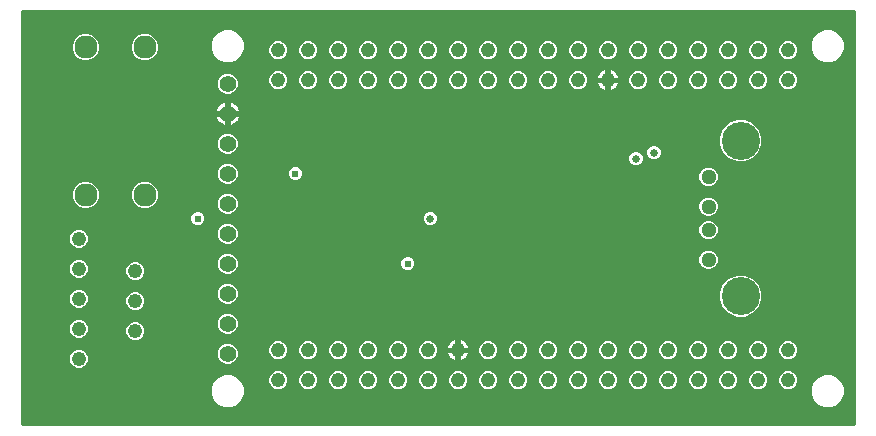
<source format=gbr>
G04 EAGLE Gerber RS-274X export*
G75*
%MOMM*%
%FSLAX34Y34*%
%LPD*%
%INCopper Layer 15*%
%IPPOS*%
%AMOC8*
5,1,8,0,0,1.08239X$1,22.5*%
G01*
%ADD10C,1.960000*%
%ADD11C,1.244600*%
%ADD12C,1.422400*%
%ADD13C,3.220000*%
%ADD14C,1.288000*%
%ADD15C,0.609600*%
%ADD16C,0.654800*%

G36*
X708208Y2556D02*
X708208Y2556D01*
X708327Y2563D01*
X708365Y2576D01*
X708406Y2581D01*
X708516Y2624D01*
X708629Y2661D01*
X708664Y2683D01*
X708701Y2698D01*
X708797Y2767D01*
X708898Y2831D01*
X708926Y2861D01*
X708959Y2884D01*
X709035Y2976D01*
X709116Y3063D01*
X709136Y3098D01*
X709161Y3129D01*
X709212Y3237D01*
X709270Y3341D01*
X709280Y3381D01*
X709297Y3417D01*
X709319Y3534D01*
X709349Y3649D01*
X709353Y3709D01*
X709357Y3729D01*
X709355Y3750D01*
X709359Y3810D01*
X709359Y352990D01*
X709344Y353108D01*
X709337Y353227D01*
X709324Y353265D01*
X709319Y353306D01*
X709276Y353416D01*
X709239Y353529D01*
X709217Y353564D01*
X709202Y353601D01*
X709133Y353697D01*
X709069Y353798D01*
X709039Y353826D01*
X709016Y353859D01*
X708924Y353935D01*
X708837Y354016D01*
X708802Y354036D01*
X708771Y354061D01*
X708663Y354112D01*
X708559Y354170D01*
X708519Y354180D01*
X708483Y354197D01*
X708366Y354219D01*
X708251Y354249D01*
X708191Y354253D01*
X708171Y354257D01*
X708150Y354255D01*
X708090Y354259D01*
X3810Y354259D01*
X3692Y354244D01*
X3573Y354237D01*
X3535Y354224D01*
X3494Y354219D01*
X3384Y354176D01*
X3271Y354139D01*
X3236Y354117D01*
X3199Y354102D01*
X3103Y354033D01*
X3002Y353969D01*
X2974Y353939D01*
X2941Y353916D01*
X2865Y353824D01*
X2784Y353737D01*
X2764Y353702D01*
X2739Y353671D01*
X2688Y353563D01*
X2630Y353459D01*
X2620Y353419D01*
X2603Y353383D01*
X2581Y353266D01*
X2551Y353151D01*
X2547Y353091D01*
X2543Y353071D01*
X2545Y353050D01*
X2541Y352990D01*
X2541Y3810D01*
X2556Y3692D01*
X2563Y3573D01*
X2576Y3535D01*
X2581Y3494D01*
X2624Y3384D01*
X2661Y3271D01*
X2683Y3236D01*
X2698Y3199D01*
X2767Y3103D01*
X2831Y3002D01*
X2861Y2974D01*
X2884Y2941D01*
X2976Y2865D01*
X3063Y2784D01*
X3098Y2764D01*
X3129Y2739D01*
X3237Y2688D01*
X3341Y2630D01*
X3381Y2620D01*
X3417Y2603D01*
X3534Y2581D01*
X3649Y2551D01*
X3709Y2547D01*
X3729Y2543D01*
X3750Y2545D01*
X3810Y2541D01*
X708090Y2541D01*
X708208Y2556D01*
G37*
%LPC*%
G36*
X608445Y94879D02*
X608445Y94879D01*
X602060Y97524D01*
X597174Y102410D01*
X594529Y108795D01*
X594529Y115705D01*
X597174Y122090D01*
X602060Y126976D01*
X608445Y129621D01*
X615355Y129621D01*
X621740Y126976D01*
X626626Y122090D01*
X629271Y115705D01*
X629271Y108795D01*
X626626Y102410D01*
X621740Y97524D01*
X615355Y94879D01*
X608445Y94879D01*
G37*
%LPD*%
%LPC*%
G36*
X608445Y226279D02*
X608445Y226279D01*
X602060Y228924D01*
X597174Y233810D01*
X594529Y240195D01*
X594529Y247105D01*
X597174Y253490D01*
X602060Y258376D01*
X608445Y261021D01*
X615355Y261021D01*
X621740Y258376D01*
X626626Y253490D01*
X629271Y247105D01*
X629271Y240195D01*
X626626Y233810D01*
X621740Y228924D01*
X615355Y226279D01*
X608445Y226279D01*
G37*
%LPD*%
%LPC*%
G36*
X683107Y310309D02*
X683107Y310309D01*
X678130Y312371D01*
X674321Y316180D01*
X672259Y321157D01*
X672259Y326543D01*
X674321Y331520D01*
X678130Y335329D01*
X683107Y337391D01*
X688493Y337391D01*
X693470Y335329D01*
X697279Y331520D01*
X699341Y326543D01*
X699341Y321157D01*
X697279Y316180D01*
X693470Y312371D01*
X688493Y310309D01*
X683107Y310309D01*
G37*
%LPD*%
%LPC*%
G36*
X175107Y310309D02*
X175107Y310309D01*
X170130Y312371D01*
X166321Y316180D01*
X164259Y321157D01*
X164259Y326543D01*
X166321Y331520D01*
X170130Y335329D01*
X175107Y337391D01*
X180493Y337391D01*
X185470Y335329D01*
X189279Y331520D01*
X191341Y326543D01*
X191341Y321157D01*
X189279Y316180D01*
X185470Y312371D01*
X180493Y310309D01*
X175107Y310309D01*
G37*
%LPD*%
%LPC*%
G36*
X683107Y18209D02*
X683107Y18209D01*
X678130Y20271D01*
X674321Y24080D01*
X672259Y29057D01*
X672259Y34443D01*
X674321Y39420D01*
X678130Y43229D01*
X683107Y45291D01*
X688493Y45291D01*
X693470Y43229D01*
X697279Y39420D01*
X699341Y34443D01*
X699341Y29057D01*
X697279Y24080D01*
X693470Y20271D01*
X688493Y18209D01*
X683107Y18209D01*
G37*
%LPD*%
%LPC*%
G36*
X175107Y18209D02*
X175107Y18209D01*
X170130Y20271D01*
X166321Y24080D01*
X164259Y29057D01*
X164259Y34443D01*
X166321Y39420D01*
X170130Y43229D01*
X175107Y45291D01*
X180493Y45291D01*
X185470Y43229D01*
X189279Y39420D01*
X191341Y34443D01*
X191341Y29057D01*
X189279Y24080D01*
X185470Y20271D01*
X180493Y18209D01*
X175107Y18209D01*
G37*
%LPD*%
%LPC*%
G36*
X105348Y311779D02*
X105348Y311779D01*
X101279Y313465D01*
X98165Y316579D01*
X96479Y320648D01*
X96479Y325052D01*
X98165Y329121D01*
X101279Y332235D01*
X105348Y333921D01*
X109752Y333921D01*
X113821Y332235D01*
X116935Y329121D01*
X118621Y325052D01*
X118621Y320648D01*
X116935Y316579D01*
X113821Y313465D01*
X109752Y311779D01*
X105348Y311779D01*
G37*
%LPD*%
%LPC*%
G36*
X55348Y311779D02*
X55348Y311779D01*
X51279Y313465D01*
X48165Y316579D01*
X46479Y320648D01*
X46479Y325052D01*
X48165Y329121D01*
X51279Y332235D01*
X55348Y333921D01*
X59752Y333921D01*
X63821Y332235D01*
X66935Y329121D01*
X68621Y325052D01*
X68621Y320648D01*
X66935Y316579D01*
X63821Y313465D01*
X59752Y311779D01*
X55348Y311779D01*
G37*
%LPD*%
%LPC*%
G36*
X105348Y186779D02*
X105348Y186779D01*
X101279Y188465D01*
X98165Y191579D01*
X96479Y195648D01*
X96479Y200052D01*
X98165Y204121D01*
X101279Y207235D01*
X105348Y208921D01*
X109752Y208921D01*
X113821Y207235D01*
X116935Y204121D01*
X118621Y200052D01*
X118621Y195648D01*
X116935Y191579D01*
X113821Y188465D01*
X109752Y186779D01*
X105348Y186779D01*
G37*
%LPD*%
%LPC*%
G36*
X55348Y186779D02*
X55348Y186779D01*
X51279Y188465D01*
X48165Y191579D01*
X46479Y195648D01*
X46479Y200052D01*
X48165Y204121D01*
X51279Y207235D01*
X55348Y208921D01*
X59752Y208921D01*
X63821Y207235D01*
X66935Y204121D01*
X68621Y200052D01*
X68621Y195648D01*
X66935Y191579D01*
X63821Y188465D01*
X59752Y186779D01*
X55348Y186779D01*
G37*
%LPD*%
%LPC*%
G36*
X176133Y283717D02*
X176133Y283717D01*
X173052Y284993D01*
X170693Y287352D01*
X169417Y290433D01*
X169417Y293767D01*
X170693Y296848D01*
X173052Y299207D01*
X176133Y300483D01*
X179467Y300483D01*
X182548Y299207D01*
X184907Y296848D01*
X186183Y293767D01*
X186183Y290433D01*
X184907Y287352D01*
X182548Y284993D01*
X179467Y283717D01*
X176133Y283717D01*
G37*
%LPD*%
%LPC*%
G36*
X176133Y55117D02*
X176133Y55117D01*
X173052Y56393D01*
X170693Y58752D01*
X169417Y61833D01*
X169417Y65167D01*
X170693Y68248D01*
X173052Y70607D01*
X176133Y71883D01*
X179467Y71883D01*
X182548Y70607D01*
X184907Y68248D01*
X186183Y65167D01*
X186183Y61833D01*
X184907Y58752D01*
X182548Y56393D01*
X179467Y55117D01*
X176133Y55117D01*
G37*
%LPD*%
%LPC*%
G36*
X176133Y80517D02*
X176133Y80517D01*
X173052Y81793D01*
X170693Y84152D01*
X169417Y87233D01*
X169417Y90567D01*
X170693Y93648D01*
X173052Y96007D01*
X176133Y97283D01*
X179467Y97283D01*
X182548Y96007D01*
X184907Y93648D01*
X186183Y90567D01*
X186183Y87233D01*
X184907Y84152D01*
X182548Y81793D01*
X179467Y80517D01*
X176133Y80517D01*
G37*
%LPD*%
%LPC*%
G36*
X176133Y105917D02*
X176133Y105917D01*
X173052Y107193D01*
X170693Y109552D01*
X169417Y112633D01*
X169417Y115967D01*
X170693Y119048D01*
X173052Y121407D01*
X176133Y122683D01*
X179467Y122683D01*
X182548Y121407D01*
X184907Y119048D01*
X186183Y115967D01*
X186183Y112633D01*
X184907Y109552D01*
X182548Y107193D01*
X179467Y105917D01*
X176133Y105917D01*
G37*
%LPD*%
%LPC*%
G36*
X176133Y131317D02*
X176133Y131317D01*
X173052Y132593D01*
X170693Y134952D01*
X169417Y138033D01*
X169417Y141367D01*
X170693Y144448D01*
X173052Y146807D01*
X176133Y148083D01*
X179467Y148083D01*
X182548Y146807D01*
X184907Y144448D01*
X186183Y141367D01*
X186183Y138033D01*
X184907Y134952D01*
X182548Y132593D01*
X179467Y131317D01*
X176133Y131317D01*
G37*
%LPD*%
%LPC*%
G36*
X176133Y232917D02*
X176133Y232917D01*
X173052Y234193D01*
X170693Y236552D01*
X169417Y239633D01*
X169417Y242967D01*
X170693Y246048D01*
X173052Y248407D01*
X176133Y249683D01*
X179467Y249683D01*
X182548Y248407D01*
X184907Y246048D01*
X186183Y242967D01*
X186183Y239633D01*
X184907Y236552D01*
X182548Y234193D01*
X179467Y232917D01*
X176133Y232917D01*
G37*
%LPD*%
%LPC*%
G36*
X176133Y156717D02*
X176133Y156717D01*
X173052Y157993D01*
X170693Y160352D01*
X169417Y163433D01*
X169417Y166767D01*
X170693Y169848D01*
X173052Y172207D01*
X176133Y173483D01*
X179467Y173483D01*
X182548Y172207D01*
X184907Y169848D01*
X186183Y166767D01*
X186183Y163433D01*
X184907Y160352D01*
X182548Y157993D01*
X179467Y156717D01*
X176133Y156717D01*
G37*
%LPD*%
%LPC*%
G36*
X176133Y207517D02*
X176133Y207517D01*
X173052Y208793D01*
X170693Y211152D01*
X169417Y214233D01*
X169417Y217567D01*
X170693Y220648D01*
X173052Y223007D01*
X176133Y224283D01*
X179467Y224283D01*
X182548Y223007D01*
X184907Y220648D01*
X186183Y217567D01*
X186183Y214233D01*
X184907Y211152D01*
X182548Y208793D01*
X179467Y207517D01*
X176133Y207517D01*
G37*
%LPD*%
%LPC*%
G36*
X176133Y182117D02*
X176133Y182117D01*
X173052Y183393D01*
X170693Y185752D01*
X169417Y188833D01*
X169417Y192167D01*
X170693Y195248D01*
X173052Y197607D01*
X176133Y198883D01*
X179467Y198883D01*
X182548Y197607D01*
X184907Y195248D01*
X186183Y192167D01*
X186183Y188833D01*
X184907Y185752D01*
X182548Y183393D01*
X179467Y182117D01*
X176133Y182117D01*
G37*
%LPD*%
%LPC*%
G36*
X583266Y180239D02*
X583266Y180239D01*
X580432Y181413D01*
X578263Y183582D01*
X577089Y186416D01*
X577089Y189484D01*
X578263Y192318D01*
X580432Y194487D01*
X583266Y195661D01*
X586334Y195661D01*
X589168Y194487D01*
X591337Y192318D01*
X592511Y189484D01*
X592511Y186416D01*
X591337Y183582D01*
X589168Y181413D01*
X586334Y180239D01*
X583266Y180239D01*
G37*
%LPD*%
%LPC*%
G36*
X583266Y135239D02*
X583266Y135239D01*
X580432Y136413D01*
X578263Y138582D01*
X577089Y141416D01*
X577089Y144484D01*
X578263Y147318D01*
X580432Y149487D01*
X583266Y150661D01*
X586334Y150661D01*
X589168Y149487D01*
X591337Y147318D01*
X592511Y144484D01*
X592511Y141416D01*
X591337Y138582D01*
X589168Y136413D01*
X586334Y135239D01*
X583266Y135239D01*
G37*
%LPD*%
%LPC*%
G36*
X583266Y160239D02*
X583266Y160239D01*
X580432Y161413D01*
X578263Y163582D01*
X577089Y166416D01*
X577089Y169484D01*
X578263Y172318D01*
X580432Y174487D01*
X583266Y175661D01*
X586334Y175661D01*
X589168Y174487D01*
X591337Y172318D01*
X592511Y169484D01*
X592511Y166416D01*
X591337Y163582D01*
X589168Y161413D01*
X586334Y160239D01*
X583266Y160239D01*
G37*
%LPD*%
%LPC*%
G36*
X583266Y205239D02*
X583266Y205239D01*
X580432Y206413D01*
X578263Y208582D01*
X577089Y211416D01*
X577089Y214484D01*
X578263Y217318D01*
X580432Y219487D01*
X583266Y220661D01*
X586334Y220661D01*
X589168Y219487D01*
X591337Y217318D01*
X592511Y214484D01*
X592511Y211416D01*
X591337Y208582D01*
X589168Y206413D01*
X586334Y205239D01*
X583266Y205239D01*
G37*
%LPD*%
%LPC*%
G36*
X650609Y312806D02*
X650609Y312806D01*
X647855Y313947D01*
X645747Y316055D01*
X644606Y318809D01*
X644606Y321791D01*
X645747Y324545D01*
X647855Y326653D01*
X650609Y327794D01*
X653591Y327794D01*
X656345Y326653D01*
X658453Y324545D01*
X659594Y321791D01*
X659594Y318809D01*
X658453Y316055D01*
X656345Y313947D01*
X653591Y312806D01*
X650609Y312806D01*
G37*
%LPD*%
%LPC*%
G36*
X625209Y312806D02*
X625209Y312806D01*
X622455Y313947D01*
X620347Y316055D01*
X619206Y318809D01*
X619206Y321791D01*
X620347Y324545D01*
X622455Y326653D01*
X625209Y327794D01*
X628191Y327794D01*
X630945Y326653D01*
X633053Y324545D01*
X634194Y321791D01*
X634194Y318809D01*
X633053Y316055D01*
X630945Y313947D01*
X628191Y312806D01*
X625209Y312806D01*
G37*
%LPD*%
%LPC*%
G36*
X599809Y312806D02*
X599809Y312806D01*
X597055Y313947D01*
X594947Y316055D01*
X593806Y318809D01*
X593806Y321791D01*
X594947Y324545D01*
X597055Y326653D01*
X599809Y327794D01*
X602791Y327794D01*
X605545Y326653D01*
X607653Y324545D01*
X608794Y321791D01*
X608794Y318809D01*
X607653Y316055D01*
X605545Y313947D01*
X602791Y312806D01*
X599809Y312806D01*
G37*
%LPD*%
%LPC*%
G36*
X574409Y312806D02*
X574409Y312806D01*
X571655Y313947D01*
X569547Y316055D01*
X568406Y318809D01*
X568406Y321791D01*
X569547Y324545D01*
X571655Y326653D01*
X574409Y327794D01*
X577391Y327794D01*
X580145Y326653D01*
X582253Y324545D01*
X583394Y321791D01*
X583394Y318809D01*
X582253Y316055D01*
X580145Y313947D01*
X577391Y312806D01*
X574409Y312806D01*
G37*
%LPD*%
%LPC*%
G36*
X549009Y312806D02*
X549009Y312806D01*
X546255Y313947D01*
X544147Y316055D01*
X543006Y318809D01*
X543006Y321791D01*
X544147Y324545D01*
X546255Y326653D01*
X549009Y327794D01*
X551991Y327794D01*
X554745Y326653D01*
X556853Y324545D01*
X557994Y321791D01*
X557994Y318809D01*
X556853Y316055D01*
X554745Y313947D01*
X551991Y312806D01*
X549009Y312806D01*
G37*
%LPD*%
%LPC*%
G36*
X523609Y312806D02*
X523609Y312806D01*
X520855Y313947D01*
X518747Y316055D01*
X517606Y318809D01*
X517606Y321791D01*
X518747Y324545D01*
X520855Y326653D01*
X523609Y327794D01*
X526591Y327794D01*
X529345Y326653D01*
X531453Y324545D01*
X532594Y321791D01*
X532594Y318809D01*
X531453Y316055D01*
X529345Y313947D01*
X526591Y312806D01*
X523609Y312806D01*
G37*
%LPD*%
%LPC*%
G36*
X498209Y312806D02*
X498209Y312806D01*
X495455Y313947D01*
X493347Y316055D01*
X492206Y318809D01*
X492206Y321791D01*
X493347Y324545D01*
X495455Y326653D01*
X498209Y327794D01*
X501191Y327794D01*
X503945Y326653D01*
X506053Y324545D01*
X507194Y321791D01*
X507194Y318809D01*
X506053Y316055D01*
X503945Y313947D01*
X501191Y312806D01*
X498209Y312806D01*
G37*
%LPD*%
%LPC*%
G36*
X472809Y312806D02*
X472809Y312806D01*
X470055Y313947D01*
X467947Y316055D01*
X466806Y318809D01*
X466806Y321791D01*
X467947Y324545D01*
X470055Y326653D01*
X472809Y327794D01*
X475791Y327794D01*
X478545Y326653D01*
X480653Y324545D01*
X481794Y321791D01*
X481794Y318809D01*
X480653Y316055D01*
X478545Y313947D01*
X475791Y312806D01*
X472809Y312806D01*
G37*
%LPD*%
%LPC*%
G36*
X447409Y312806D02*
X447409Y312806D01*
X444655Y313947D01*
X442547Y316055D01*
X441406Y318809D01*
X441406Y321791D01*
X442547Y324545D01*
X444655Y326653D01*
X447409Y327794D01*
X450391Y327794D01*
X453145Y326653D01*
X455253Y324545D01*
X456394Y321791D01*
X456394Y318809D01*
X455253Y316055D01*
X453145Y313947D01*
X450391Y312806D01*
X447409Y312806D01*
G37*
%LPD*%
%LPC*%
G36*
X422009Y312806D02*
X422009Y312806D01*
X419255Y313947D01*
X417147Y316055D01*
X416006Y318809D01*
X416006Y321791D01*
X417147Y324545D01*
X419255Y326653D01*
X422009Y327794D01*
X424991Y327794D01*
X427745Y326653D01*
X429853Y324545D01*
X430994Y321791D01*
X430994Y318809D01*
X429853Y316055D01*
X427745Y313947D01*
X424991Y312806D01*
X422009Y312806D01*
G37*
%LPD*%
%LPC*%
G36*
X371209Y312806D02*
X371209Y312806D01*
X368455Y313947D01*
X366347Y316055D01*
X365206Y318809D01*
X365206Y321791D01*
X366347Y324545D01*
X368455Y326653D01*
X371209Y327794D01*
X374191Y327794D01*
X376945Y326653D01*
X379053Y324545D01*
X380194Y321791D01*
X380194Y318809D01*
X379053Y316055D01*
X376945Y313947D01*
X374191Y312806D01*
X371209Y312806D01*
G37*
%LPD*%
%LPC*%
G36*
X345809Y312806D02*
X345809Y312806D01*
X343055Y313947D01*
X340947Y316055D01*
X339806Y318809D01*
X339806Y321791D01*
X340947Y324545D01*
X343055Y326653D01*
X345809Y327794D01*
X348791Y327794D01*
X351545Y326653D01*
X353653Y324545D01*
X354794Y321791D01*
X354794Y318809D01*
X353653Y316055D01*
X351545Y313947D01*
X348791Y312806D01*
X345809Y312806D01*
G37*
%LPD*%
%LPC*%
G36*
X320409Y312806D02*
X320409Y312806D01*
X317655Y313947D01*
X315547Y316055D01*
X314406Y318809D01*
X314406Y321791D01*
X315547Y324545D01*
X317655Y326653D01*
X320409Y327794D01*
X323391Y327794D01*
X326145Y326653D01*
X328253Y324545D01*
X329394Y321791D01*
X329394Y318809D01*
X328253Y316055D01*
X326145Y313947D01*
X323391Y312806D01*
X320409Y312806D01*
G37*
%LPD*%
%LPC*%
G36*
X295009Y312806D02*
X295009Y312806D01*
X292255Y313947D01*
X290147Y316055D01*
X289006Y318809D01*
X289006Y321791D01*
X290147Y324545D01*
X292255Y326653D01*
X295009Y327794D01*
X297991Y327794D01*
X300745Y326653D01*
X302853Y324545D01*
X303994Y321791D01*
X303994Y318809D01*
X302853Y316055D01*
X300745Y313947D01*
X297991Y312806D01*
X295009Y312806D01*
G37*
%LPD*%
%LPC*%
G36*
X269609Y312806D02*
X269609Y312806D01*
X266855Y313947D01*
X264747Y316055D01*
X263606Y318809D01*
X263606Y321791D01*
X264747Y324545D01*
X266855Y326653D01*
X269609Y327794D01*
X272591Y327794D01*
X275345Y326653D01*
X277453Y324545D01*
X278594Y321791D01*
X278594Y318809D01*
X277453Y316055D01*
X275345Y313947D01*
X272591Y312806D01*
X269609Y312806D01*
G37*
%LPD*%
%LPC*%
G36*
X244209Y312806D02*
X244209Y312806D01*
X241455Y313947D01*
X239347Y316055D01*
X238206Y318809D01*
X238206Y321791D01*
X239347Y324545D01*
X241455Y326653D01*
X244209Y327794D01*
X247191Y327794D01*
X249945Y326653D01*
X252053Y324545D01*
X253194Y321791D01*
X253194Y318809D01*
X252053Y316055D01*
X249945Y313947D01*
X247191Y312806D01*
X244209Y312806D01*
G37*
%LPD*%
%LPC*%
G36*
X218809Y312806D02*
X218809Y312806D01*
X216055Y313947D01*
X213947Y316055D01*
X212806Y318809D01*
X212806Y321791D01*
X213947Y324545D01*
X216055Y326653D01*
X218809Y327794D01*
X221791Y327794D01*
X224545Y326653D01*
X226653Y324545D01*
X227794Y321791D01*
X227794Y318809D01*
X226653Y316055D01*
X224545Y313947D01*
X221791Y312806D01*
X218809Y312806D01*
G37*
%LPD*%
%LPC*%
G36*
X218809Y33406D02*
X218809Y33406D01*
X216055Y34547D01*
X213947Y36655D01*
X212806Y39409D01*
X212806Y42391D01*
X213947Y45145D01*
X216055Y47253D01*
X218809Y48394D01*
X221791Y48394D01*
X224545Y47253D01*
X226653Y45145D01*
X227794Y42391D01*
X227794Y39409D01*
X226653Y36655D01*
X224545Y34547D01*
X221791Y33406D01*
X218809Y33406D01*
G37*
%LPD*%
%LPC*%
G36*
X549009Y33406D02*
X549009Y33406D01*
X546255Y34547D01*
X544147Y36655D01*
X543006Y39409D01*
X543006Y42391D01*
X544147Y45145D01*
X546255Y47253D01*
X549009Y48394D01*
X551991Y48394D01*
X554745Y47253D01*
X556853Y45145D01*
X557994Y42391D01*
X557994Y39409D01*
X556853Y36655D01*
X554745Y34547D01*
X551991Y33406D01*
X549009Y33406D01*
G37*
%LPD*%
%LPC*%
G36*
X244209Y287406D02*
X244209Y287406D01*
X241455Y288547D01*
X239347Y290655D01*
X238206Y293409D01*
X238206Y296391D01*
X239347Y299145D01*
X241455Y301253D01*
X244209Y302394D01*
X247191Y302394D01*
X249945Y301253D01*
X252053Y299145D01*
X253194Y296391D01*
X253194Y293409D01*
X252053Y290655D01*
X249945Y288547D01*
X247191Y287406D01*
X244209Y287406D01*
G37*
%LPD*%
%LPC*%
G36*
X218809Y287406D02*
X218809Y287406D01*
X216055Y288547D01*
X213947Y290655D01*
X212806Y293409D01*
X212806Y296391D01*
X213947Y299145D01*
X216055Y301253D01*
X218809Y302394D01*
X221791Y302394D01*
X224545Y301253D01*
X226653Y299145D01*
X227794Y296391D01*
X227794Y293409D01*
X226653Y290655D01*
X224545Y288547D01*
X221791Y287406D01*
X218809Y287406D01*
G37*
%LPD*%
%LPC*%
G36*
X650609Y287406D02*
X650609Y287406D01*
X647855Y288547D01*
X645747Y290655D01*
X644606Y293409D01*
X644606Y296391D01*
X645747Y299145D01*
X647855Y301253D01*
X650609Y302394D01*
X653591Y302394D01*
X656345Y301253D01*
X658453Y299145D01*
X659594Y296391D01*
X659594Y293409D01*
X658453Y290655D01*
X656345Y288547D01*
X653591Y287406D01*
X650609Y287406D01*
G37*
%LPD*%
%LPC*%
G36*
X625209Y287406D02*
X625209Y287406D01*
X622455Y288547D01*
X620347Y290655D01*
X619206Y293409D01*
X619206Y296391D01*
X620347Y299145D01*
X622455Y301253D01*
X625209Y302394D01*
X628191Y302394D01*
X630945Y301253D01*
X633053Y299145D01*
X634194Y296391D01*
X634194Y293409D01*
X633053Y290655D01*
X630945Y288547D01*
X628191Y287406D01*
X625209Y287406D01*
G37*
%LPD*%
%LPC*%
G36*
X599809Y287406D02*
X599809Y287406D01*
X597055Y288547D01*
X594947Y290655D01*
X593806Y293409D01*
X593806Y296391D01*
X594947Y299145D01*
X597055Y301253D01*
X599809Y302394D01*
X602791Y302394D01*
X605545Y301253D01*
X607653Y299145D01*
X608794Y296391D01*
X608794Y293409D01*
X607653Y290655D01*
X605545Y288547D01*
X602791Y287406D01*
X599809Y287406D01*
G37*
%LPD*%
%LPC*%
G36*
X574409Y287406D02*
X574409Y287406D01*
X571655Y288547D01*
X569547Y290655D01*
X568406Y293409D01*
X568406Y296391D01*
X569547Y299145D01*
X571655Y301253D01*
X574409Y302394D01*
X577391Y302394D01*
X580145Y301253D01*
X582253Y299145D01*
X583394Y296391D01*
X583394Y293409D01*
X582253Y290655D01*
X580145Y288547D01*
X577391Y287406D01*
X574409Y287406D01*
G37*
%LPD*%
%LPC*%
G36*
X549009Y287406D02*
X549009Y287406D01*
X546255Y288547D01*
X544147Y290655D01*
X543006Y293409D01*
X543006Y296391D01*
X544147Y299145D01*
X546255Y301253D01*
X549009Y302394D01*
X551991Y302394D01*
X554745Y301253D01*
X556853Y299145D01*
X557994Y296391D01*
X557994Y293409D01*
X556853Y290655D01*
X554745Y288547D01*
X551991Y287406D01*
X549009Y287406D01*
G37*
%LPD*%
%LPC*%
G36*
X523609Y287406D02*
X523609Y287406D01*
X520855Y288547D01*
X518747Y290655D01*
X517606Y293409D01*
X517606Y296391D01*
X518747Y299145D01*
X520855Y301253D01*
X523609Y302394D01*
X526591Y302394D01*
X529345Y301253D01*
X531453Y299145D01*
X532594Y296391D01*
X532594Y293409D01*
X531453Y290655D01*
X529345Y288547D01*
X526591Y287406D01*
X523609Y287406D01*
G37*
%LPD*%
%LPC*%
G36*
X472809Y287406D02*
X472809Y287406D01*
X470055Y288547D01*
X467947Y290655D01*
X466806Y293409D01*
X466806Y296391D01*
X467947Y299145D01*
X470055Y301253D01*
X472809Y302394D01*
X475791Y302394D01*
X478545Y301253D01*
X480653Y299145D01*
X481794Y296391D01*
X481794Y293409D01*
X480653Y290655D01*
X478545Y288547D01*
X475791Y287406D01*
X472809Y287406D01*
G37*
%LPD*%
%LPC*%
G36*
X447409Y287406D02*
X447409Y287406D01*
X444655Y288547D01*
X442547Y290655D01*
X441406Y293409D01*
X441406Y296391D01*
X442547Y299145D01*
X444655Y301253D01*
X447409Y302394D01*
X450391Y302394D01*
X453145Y301253D01*
X455253Y299145D01*
X456394Y296391D01*
X456394Y293409D01*
X455253Y290655D01*
X453145Y288547D01*
X450391Y287406D01*
X447409Y287406D01*
G37*
%LPD*%
%LPC*%
G36*
X422009Y287406D02*
X422009Y287406D01*
X419255Y288547D01*
X417147Y290655D01*
X416006Y293409D01*
X416006Y296391D01*
X417147Y299145D01*
X419255Y301253D01*
X422009Y302394D01*
X424991Y302394D01*
X427745Y301253D01*
X429853Y299145D01*
X430994Y296391D01*
X430994Y293409D01*
X429853Y290655D01*
X427745Y288547D01*
X424991Y287406D01*
X422009Y287406D01*
G37*
%LPD*%
%LPC*%
G36*
X396609Y287406D02*
X396609Y287406D01*
X393855Y288547D01*
X391747Y290655D01*
X390606Y293409D01*
X390606Y296391D01*
X391747Y299145D01*
X393855Y301253D01*
X396609Y302394D01*
X399591Y302394D01*
X402345Y301253D01*
X404453Y299145D01*
X405594Y296391D01*
X405594Y293409D01*
X404453Y290655D01*
X402345Y288547D01*
X399591Y287406D01*
X396609Y287406D01*
G37*
%LPD*%
%LPC*%
G36*
X371209Y287406D02*
X371209Y287406D01*
X368455Y288547D01*
X366347Y290655D01*
X365206Y293409D01*
X365206Y296391D01*
X366347Y299145D01*
X368455Y301253D01*
X371209Y302394D01*
X374191Y302394D01*
X376945Y301253D01*
X379053Y299145D01*
X380194Y296391D01*
X380194Y293409D01*
X379053Y290655D01*
X376945Y288547D01*
X374191Y287406D01*
X371209Y287406D01*
G37*
%LPD*%
%LPC*%
G36*
X345809Y287406D02*
X345809Y287406D01*
X343055Y288547D01*
X340947Y290655D01*
X339806Y293409D01*
X339806Y296391D01*
X340947Y299145D01*
X343055Y301253D01*
X345809Y302394D01*
X348791Y302394D01*
X351545Y301253D01*
X353653Y299145D01*
X354794Y296391D01*
X354794Y293409D01*
X353653Y290655D01*
X351545Y288547D01*
X348791Y287406D01*
X345809Y287406D01*
G37*
%LPD*%
%LPC*%
G36*
X320409Y287406D02*
X320409Y287406D01*
X317655Y288547D01*
X315547Y290655D01*
X314406Y293409D01*
X314406Y296391D01*
X315547Y299145D01*
X317655Y301253D01*
X320409Y302394D01*
X323391Y302394D01*
X326145Y301253D01*
X328253Y299145D01*
X329394Y296391D01*
X329394Y293409D01*
X328253Y290655D01*
X326145Y288547D01*
X323391Y287406D01*
X320409Y287406D01*
G37*
%LPD*%
%LPC*%
G36*
X295009Y287406D02*
X295009Y287406D01*
X292255Y288547D01*
X290147Y290655D01*
X289006Y293409D01*
X289006Y296391D01*
X290147Y299145D01*
X292255Y301253D01*
X295009Y302394D01*
X297991Y302394D01*
X300745Y301253D01*
X302853Y299145D01*
X303994Y296391D01*
X303994Y293409D01*
X302853Y290655D01*
X300745Y288547D01*
X297991Y287406D01*
X295009Y287406D01*
G37*
%LPD*%
%LPC*%
G36*
X269609Y287406D02*
X269609Y287406D01*
X266855Y288547D01*
X264747Y290655D01*
X263606Y293409D01*
X263606Y296391D01*
X264747Y299145D01*
X266855Y301253D01*
X269609Y302394D01*
X272591Y302394D01*
X275345Y301253D01*
X277453Y299145D01*
X278594Y296391D01*
X278594Y293409D01*
X277453Y290655D01*
X275345Y288547D01*
X272591Y287406D01*
X269609Y287406D01*
G37*
%LPD*%
%LPC*%
G36*
X396609Y312806D02*
X396609Y312806D01*
X393855Y313947D01*
X391747Y316055D01*
X390606Y318809D01*
X390606Y321791D01*
X391747Y324545D01*
X393855Y326653D01*
X396609Y327794D01*
X399591Y327794D01*
X402345Y326653D01*
X404453Y324545D01*
X405594Y321791D01*
X405594Y318809D01*
X404453Y316055D01*
X402345Y313947D01*
X399591Y312806D01*
X396609Y312806D01*
G37*
%LPD*%
%LPC*%
G36*
X50209Y153206D02*
X50209Y153206D01*
X47455Y154347D01*
X45347Y156455D01*
X44206Y159209D01*
X44206Y162191D01*
X45347Y164945D01*
X47455Y167053D01*
X50209Y168194D01*
X53191Y168194D01*
X55945Y167053D01*
X58053Y164945D01*
X59194Y162191D01*
X59194Y159209D01*
X58053Y156455D01*
X55945Y154347D01*
X53191Y153206D01*
X50209Y153206D01*
G37*
%LPD*%
%LPC*%
G36*
X50209Y127806D02*
X50209Y127806D01*
X47455Y128947D01*
X45347Y131055D01*
X44206Y133809D01*
X44206Y136791D01*
X45347Y139545D01*
X47455Y141653D01*
X50209Y142794D01*
X53191Y142794D01*
X55945Y141653D01*
X58053Y139545D01*
X59194Y136791D01*
X59194Y133809D01*
X58053Y131055D01*
X55945Y128947D01*
X53191Y127806D01*
X50209Y127806D01*
G37*
%LPD*%
%LPC*%
G36*
X97909Y125756D02*
X97909Y125756D01*
X95155Y126897D01*
X93047Y129005D01*
X91906Y131759D01*
X91906Y134741D01*
X93047Y137495D01*
X95155Y139603D01*
X97909Y140744D01*
X100891Y140744D01*
X103645Y139603D01*
X105753Y137495D01*
X106894Y134741D01*
X106894Y131759D01*
X105753Y129005D01*
X103645Y126897D01*
X100891Y125756D01*
X97909Y125756D01*
G37*
%LPD*%
%LPC*%
G36*
X50209Y102406D02*
X50209Y102406D01*
X47455Y103547D01*
X45347Y105655D01*
X44206Y108409D01*
X44206Y111391D01*
X45347Y114145D01*
X47455Y116253D01*
X50209Y117394D01*
X53191Y117394D01*
X55945Y116253D01*
X58053Y114145D01*
X59194Y111391D01*
X59194Y108409D01*
X58053Y105655D01*
X55945Y103547D01*
X53191Y102406D01*
X50209Y102406D01*
G37*
%LPD*%
%LPC*%
G36*
X97909Y100356D02*
X97909Y100356D01*
X95155Y101497D01*
X93047Y103605D01*
X91906Y106359D01*
X91906Y109341D01*
X93047Y112095D01*
X95155Y114203D01*
X97909Y115344D01*
X100891Y115344D01*
X103645Y114203D01*
X105753Y112095D01*
X106894Y109341D01*
X106894Y106359D01*
X105753Y103605D01*
X103645Y101497D01*
X100891Y100356D01*
X97909Y100356D01*
G37*
%LPD*%
%LPC*%
G36*
X50209Y77006D02*
X50209Y77006D01*
X47455Y78147D01*
X45347Y80255D01*
X44206Y83009D01*
X44206Y85991D01*
X45347Y88745D01*
X47455Y90853D01*
X50209Y91994D01*
X53191Y91994D01*
X55945Y90853D01*
X58053Y88745D01*
X59194Y85991D01*
X59194Y83009D01*
X58053Y80255D01*
X55945Y78147D01*
X53191Y77006D01*
X50209Y77006D01*
G37*
%LPD*%
%LPC*%
G36*
X97909Y74956D02*
X97909Y74956D01*
X95155Y76097D01*
X93047Y78205D01*
X91906Y80959D01*
X91906Y83941D01*
X93047Y86695D01*
X95155Y88803D01*
X97909Y89944D01*
X100891Y89944D01*
X103645Y88803D01*
X105753Y86695D01*
X106894Y83941D01*
X106894Y80959D01*
X105753Y78205D01*
X103645Y76097D01*
X100891Y74956D01*
X97909Y74956D01*
G37*
%LPD*%
%LPC*%
G36*
X244209Y58806D02*
X244209Y58806D01*
X241455Y59947D01*
X239347Y62055D01*
X238206Y64809D01*
X238206Y67791D01*
X239347Y70545D01*
X241455Y72653D01*
X244209Y73794D01*
X247191Y73794D01*
X249945Y72653D01*
X252053Y70545D01*
X253194Y67791D01*
X253194Y64809D01*
X252053Y62055D01*
X249945Y59947D01*
X247191Y58806D01*
X244209Y58806D01*
G37*
%LPD*%
%LPC*%
G36*
X218809Y58806D02*
X218809Y58806D01*
X216055Y59947D01*
X213947Y62055D01*
X212806Y64809D01*
X212806Y67791D01*
X213947Y70545D01*
X216055Y72653D01*
X218809Y73794D01*
X221791Y73794D01*
X224545Y72653D01*
X226653Y70545D01*
X227794Y67791D01*
X227794Y64809D01*
X226653Y62055D01*
X224545Y59947D01*
X221791Y58806D01*
X218809Y58806D01*
G37*
%LPD*%
%LPC*%
G36*
X650609Y58806D02*
X650609Y58806D01*
X647855Y59947D01*
X645747Y62055D01*
X644606Y64809D01*
X644606Y67791D01*
X645747Y70545D01*
X647855Y72653D01*
X650609Y73794D01*
X653591Y73794D01*
X656345Y72653D01*
X658453Y70545D01*
X659594Y67791D01*
X659594Y64809D01*
X658453Y62055D01*
X656345Y59947D01*
X653591Y58806D01*
X650609Y58806D01*
G37*
%LPD*%
%LPC*%
G36*
X625209Y58806D02*
X625209Y58806D01*
X622455Y59947D01*
X620347Y62055D01*
X619206Y64809D01*
X619206Y67791D01*
X620347Y70545D01*
X622455Y72653D01*
X625209Y73794D01*
X628191Y73794D01*
X630945Y72653D01*
X633053Y70545D01*
X634194Y67791D01*
X634194Y64809D01*
X633053Y62055D01*
X630945Y59947D01*
X628191Y58806D01*
X625209Y58806D01*
G37*
%LPD*%
%LPC*%
G36*
X599809Y58806D02*
X599809Y58806D01*
X597055Y59947D01*
X594947Y62055D01*
X593806Y64809D01*
X593806Y67791D01*
X594947Y70545D01*
X597055Y72653D01*
X599809Y73794D01*
X602791Y73794D01*
X605545Y72653D01*
X607653Y70545D01*
X608794Y67791D01*
X608794Y64809D01*
X607653Y62055D01*
X605545Y59947D01*
X602791Y58806D01*
X599809Y58806D01*
G37*
%LPD*%
%LPC*%
G36*
X574409Y58806D02*
X574409Y58806D01*
X571655Y59947D01*
X569547Y62055D01*
X568406Y64809D01*
X568406Y67791D01*
X569547Y70545D01*
X571655Y72653D01*
X574409Y73794D01*
X577391Y73794D01*
X580145Y72653D01*
X582253Y70545D01*
X583394Y67791D01*
X583394Y64809D01*
X582253Y62055D01*
X580145Y59947D01*
X577391Y58806D01*
X574409Y58806D01*
G37*
%LPD*%
%LPC*%
G36*
X549009Y58806D02*
X549009Y58806D01*
X546255Y59947D01*
X544147Y62055D01*
X543006Y64809D01*
X543006Y67791D01*
X544147Y70545D01*
X546255Y72653D01*
X549009Y73794D01*
X551991Y73794D01*
X554745Y72653D01*
X556853Y70545D01*
X557994Y67791D01*
X557994Y64809D01*
X556853Y62055D01*
X554745Y59947D01*
X551991Y58806D01*
X549009Y58806D01*
G37*
%LPD*%
%LPC*%
G36*
X523609Y58806D02*
X523609Y58806D01*
X520855Y59947D01*
X518747Y62055D01*
X517606Y64809D01*
X517606Y67791D01*
X518747Y70545D01*
X520855Y72653D01*
X523609Y73794D01*
X526591Y73794D01*
X529345Y72653D01*
X531453Y70545D01*
X532594Y67791D01*
X532594Y64809D01*
X531453Y62055D01*
X529345Y59947D01*
X526591Y58806D01*
X523609Y58806D01*
G37*
%LPD*%
%LPC*%
G36*
X498209Y58806D02*
X498209Y58806D01*
X495455Y59947D01*
X493347Y62055D01*
X492206Y64809D01*
X492206Y67791D01*
X493347Y70545D01*
X495455Y72653D01*
X498209Y73794D01*
X501191Y73794D01*
X503945Y72653D01*
X506053Y70545D01*
X507194Y67791D01*
X507194Y64809D01*
X506053Y62055D01*
X503945Y59947D01*
X501191Y58806D01*
X498209Y58806D01*
G37*
%LPD*%
%LPC*%
G36*
X472809Y58806D02*
X472809Y58806D01*
X470055Y59947D01*
X467947Y62055D01*
X466806Y64809D01*
X466806Y67791D01*
X467947Y70545D01*
X470055Y72653D01*
X472809Y73794D01*
X475791Y73794D01*
X478545Y72653D01*
X480653Y70545D01*
X481794Y67791D01*
X481794Y64809D01*
X480653Y62055D01*
X478545Y59947D01*
X475791Y58806D01*
X472809Y58806D01*
G37*
%LPD*%
%LPC*%
G36*
X422009Y58806D02*
X422009Y58806D01*
X419255Y59947D01*
X417147Y62055D01*
X416006Y64809D01*
X416006Y67791D01*
X417147Y70545D01*
X419255Y72653D01*
X422009Y73794D01*
X424991Y73794D01*
X427745Y72653D01*
X429853Y70545D01*
X430994Y67791D01*
X430994Y64809D01*
X429853Y62055D01*
X427745Y59947D01*
X424991Y58806D01*
X422009Y58806D01*
G37*
%LPD*%
%LPC*%
G36*
X396609Y58806D02*
X396609Y58806D01*
X393855Y59947D01*
X391747Y62055D01*
X390606Y64809D01*
X390606Y67791D01*
X391747Y70545D01*
X393855Y72653D01*
X396609Y73794D01*
X399591Y73794D01*
X402345Y72653D01*
X404453Y70545D01*
X405594Y67791D01*
X405594Y64809D01*
X404453Y62055D01*
X402345Y59947D01*
X399591Y58806D01*
X396609Y58806D01*
G37*
%LPD*%
%LPC*%
G36*
X345809Y58806D02*
X345809Y58806D01*
X343055Y59947D01*
X340947Y62055D01*
X339806Y64809D01*
X339806Y67791D01*
X340947Y70545D01*
X343055Y72653D01*
X345809Y73794D01*
X348791Y73794D01*
X351545Y72653D01*
X353653Y70545D01*
X354794Y67791D01*
X354794Y64809D01*
X353653Y62055D01*
X351545Y59947D01*
X348791Y58806D01*
X345809Y58806D01*
G37*
%LPD*%
%LPC*%
G36*
X320409Y58806D02*
X320409Y58806D01*
X317655Y59947D01*
X315547Y62055D01*
X314406Y64809D01*
X314406Y67791D01*
X315547Y70545D01*
X317655Y72653D01*
X320409Y73794D01*
X323391Y73794D01*
X326145Y72653D01*
X328253Y70545D01*
X329394Y67791D01*
X329394Y64809D01*
X328253Y62055D01*
X326145Y59947D01*
X323391Y58806D01*
X320409Y58806D01*
G37*
%LPD*%
%LPC*%
G36*
X295009Y58806D02*
X295009Y58806D01*
X292255Y59947D01*
X290147Y62055D01*
X289006Y64809D01*
X289006Y67791D01*
X290147Y70545D01*
X292255Y72653D01*
X295009Y73794D01*
X297991Y73794D01*
X300745Y72653D01*
X302853Y70545D01*
X303994Y67791D01*
X303994Y64809D01*
X302853Y62055D01*
X300745Y59947D01*
X297991Y58806D01*
X295009Y58806D01*
G37*
%LPD*%
%LPC*%
G36*
X269609Y58806D02*
X269609Y58806D01*
X266855Y59947D01*
X264747Y62055D01*
X263606Y64809D01*
X263606Y67791D01*
X264747Y70545D01*
X266855Y72653D01*
X269609Y73794D01*
X272591Y73794D01*
X275345Y72653D01*
X277453Y70545D01*
X278594Y67791D01*
X278594Y64809D01*
X277453Y62055D01*
X275345Y59947D01*
X272591Y58806D01*
X269609Y58806D01*
G37*
%LPD*%
%LPC*%
G36*
X50209Y51606D02*
X50209Y51606D01*
X47455Y52747D01*
X45347Y54855D01*
X44206Y57609D01*
X44206Y60591D01*
X45347Y63345D01*
X47455Y65453D01*
X50209Y66594D01*
X53191Y66594D01*
X55945Y65453D01*
X58053Y63345D01*
X59194Y60591D01*
X59194Y57609D01*
X58053Y54855D01*
X55945Y52747D01*
X53191Y51606D01*
X50209Y51606D01*
G37*
%LPD*%
%LPC*%
G36*
X650609Y33406D02*
X650609Y33406D01*
X647855Y34547D01*
X645747Y36655D01*
X644606Y39409D01*
X644606Y42391D01*
X645747Y45145D01*
X647855Y47253D01*
X650609Y48394D01*
X653591Y48394D01*
X656345Y47253D01*
X658453Y45145D01*
X659594Y42391D01*
X659594Y39409D01*
X658453Y36655D01*
X656345Y34547D01*
X653591Y33406D01*
X650609Y33406D01*
G37*
%LPD*%
%LPC*%
G36*
X625209Y33406D02*
X625209Y33406D01*
X622455Y34547D01*
X620347Y36655D01*
X619206Y39409D01*
X619206Y42391D01*
X620347Y45145D01*
X622455Y47253D01*
X625209Y48394D01*
X628191Y48394D01*
X630945Y47253D01*
X633053Y45145D01*
X634194Y42391D01*
X634194Y39409D01*
X633053Y36655D01*
X630945Y34547D01*
X628191Y33406D01*
X625209Y33406D01*
G37*
%LPD*%
%LPC*%
G36*
X599809Y33406D02*
X599809Y33406D01*
X597055Y34547D01*
X594947Y36655D01*
X593806Y39409D01*
X593806Y42391D01*
X594947Y45145D01*
X597055Y47253D01*
X599809Y48394D01*
X602791Y48394D01*
X605545Y47253D01*
X607653Y45145D01*
X608794Y42391D01*
X608794Y39409D01*
X607653Y36655D01*
X605545Y34547D01*
X602791Y33406D01*
X599809Y33406D01*
G37*
%LPD*%
%LPC*%
G36*
X574409Y33406D02*
X574409Y33406D01*
X571655Y34547D01*
X569547Y36655D01*
X568406Y39409D01*
X568406Y42391D01*
X569547Y45145D01*
X571655Y47253D01*
X574409Y48394D01*
X577391Y48394D01*
X580145Y47253D01*
X582253Y45145D01*
X583394Y42391D01*
X583394Y39409D01*
X582253Y36655D01*
X580145Y34547D01*
X577391Y33406D01*
X574409Y33406D01*
G37*
%LPD*%
%LPC*%
G36*
X447409Y58806D02*
X447409Y58806D01*
X444655Y59947D01*
X442547Y62055D01*
X441406Y64809D01*
X441406Y67791D01*
X442547Y70545D01*
X444655Y72653D01*
X447409Y73794D01*
X450391Y73794D01*
X453145Y72653D01*
X455253Y70545D01*
X456394Y67791D01*
X456394Y64809D01*
X455253Y62055D01*
X453145Y59947D01*
X450391Y58806D01*
X447409Y58806D01*
G37*
%LPD*%
%LPC*%
G36*
X523609Y33406D02*
X523609Y33406D01*
X520855Y34547D01*
X518747Y36655D01*
X517606Y39409D01*
X517606Y42391D01*
X518747Y45145D01*
X520855Y47253D01*
X523609Y48394D01*
X526591Y48394D01*
X529345Y47253D01*
X531453Y45145D01*
X532594Y42391D01*
X532594Y39409D01*
X531453Y36655D01*
X529345Y34547D01*
X526591Y33406D01*
X523609Y33406D01*
G37*
%LPD*%
%LPC*%
G36*
X498209Y33406D02*
X498209Y33406D01*
X495455Y34547D01*
X493347Y36655D01*
X492206Y39409D01*
X492206Y42391D01*
X493347Y45145D01*
X495455Y47253D01*
X498209Y48394D01*
X501191Y48394D01*
X503945Y47253D01*
X506053Y45145D01*
X507194Y42391D01*
X507194Y39409D01*
X506053Y36655D01*
X503945Y34547D01*
X501191Y33406D01*
X498209Y33406D01*
G37*
%LPD*%
%LPC*%
G36*
X472809Y33406D02*
X472809Y33406D01*
X470055Y34547D01*
X467947Y36655D01*
X466806Y39409D01*
X466806Y42391D01*
X467947Y45145D01*
X470055Y47253D01*
X472809Y48394D01*
X475791Y48394D01*
X478545Y47253D01*
X480653Y45145D01*
X481794Y42391D01*
X481794Y39409D01*
X480653Y36655D01*
X478545Y34547D01*
X475791Y33406D01*
X472809Y33406D01*
G37*
%LPD*%
%LPC*%
G36*
X447409Y33406D02*
X447409Y33406D01*
X444655Y34547D01*
X442547Y36655D01*
X441406Y39409D01*
X441406Y42391D01*
X442547Y45145D01*
X444655Y47253D01*
X447409Y48394D01*
X450391Y48394D01*
X453145Y47253D01*
X455253Y45145D01*
X456394Y42391D01*
X456394Y39409D01*
X455253Y36655D01*
X453145Y34547D01*
X450391Y33406D01*
X447409Y33406D01*
G37*
%LPD*%
%LPC*%
G36*
X422009Y33406D02*
X422009Y33406D01*
X419255Y34547D01*
X417147Y36655D01*
X416006Y39409D01*
X416006Y42391D01*
X417147Y45145D01*
X419255Y47253D01*
X422009Y48394D01*
X424991Y48394D01*
X427745Y47253D01*
X429853Y45145D01*
X430994Y42391D01*
X430994Y39409D01*
X429853Y36655D01*
X427745Y34547D01*
X424991Y33406D01*
X422009Y33406D01*
G37*
%LPD*%
%LPC*%
G36*
X396609Y33406D02*
X396609Y33406D01*
X393855Y34547D01*
X391747Y36655D01*
X390606Y39409D01*
X390606Y42391D01*
X391747Y45145D01*
X393855Y47253D01*
X396609Y48394D01*
X399591Y48394D01*
X402345Y47253D01*
X404453Y45145D01*
X405594Y42391D01*
X405594Y39409D01*
X404453Y36655D01*
X402345Y34547D01*
X399591Y33406D01*
X396609Y33406D01*
G37*
%LPD*%
%LPC*%
G36*
X371209Y33406D02*
X371209Y33406D01*
X368455Y34547D01*
X366347Y36655D01*
X365206Y39409D01*
X365206Y42391D01*
X366347Y45145D01*
X368455Y47253D01*
X371209Y48394D01*
X374191Y48394D01*
X376945Y47253D01*
X379053Y45145D01*
X380194Y42391D01*
X380194Y39409D01*
X379053Y36655D01*
X376945Y34547D01*
X374191Y33406D01*
X371209Y33406D01*
G37*
%LPD*%
%LPC*%
G36*
X345809Y33406D02*
X345809Y33406D01*
X343055Y34547D01*
X340947Y36655D01*
X339806Y39409D01*
X339806Y42391D01*
X340947Y45145D01*
X343055Y47253D01*
X345809Y48394D01*
X348791Y48394D01*
X351545Y47253D01*
X353653Y45145D01*
X354794Y42391D01*
X354794Y39409D01*
X353653Y36655D01*
X351545Y34547D01*
X348791Y33406D01*
X345809Y33406D01*
G37*
%LPD*%
%LPC*%
G36*
X320409Y33406D02*
X320409Y33406D01*
X317655Y34547D01*
X315547Y36655D01*
X314406Y39409D01*
X314406Y42391D01*
X315547Y45145D01*
X317655Y47253D01*
X320409Y48394D01*
X323391Y48394D01*
X326145Y47253D01*
X328253Y45145D01*
X329394Y42391D01*
X329394Y39409D01*
X328253Y36655D01*
X326145Y34547D01*
X323391Y33406D01*
X320409Y33406D01*
G37*
%LPD*%
%LPC*%
G36*
X295009Y33406D02*
X295009Y33406D01*
X292255Y34547D01*
X290147Y36655D01*
X289006Y39409D01*
X289006Y42391D01*
X290147Y45145D01*
X292255Y47253D01*
X295009Y48394D01*
X297991Y48394D01*
X300745Y47253D01*
X302853Y45145D01*
X303994Y42391D01*
X303994Y39409D01*
X302853Y36655D01*
X300745Y34547D01*
X297991Y33406D01*
X295009Y33406D01*
G37*
%LPD*%
%LPC*%
G36*
X269609Y33406D02*
X269609Y33406D01*
X266855Y34547D01*
X264747Y36655D01*
X263606Y39409D01*
X263606Y42391D01*
X264747Y45145D01*
X266855Y47253D01*
X269609Y48394D01*
X272591Y48394D01*
X275345Y47253D01*
X277453Y45145D01*
X278594Y42391D01*
X278594Y39409D01*
X277453Y36655D01*
X275345Y34547D01*
X272591Y33406D01*
X269609Y33406D01*
G37*
%LPD*%
%LPC*%
G36*
X244209Y33406D02*
X244209Y33406D01*
X241455Y34547D01*
X239347Y36655D01*
X238206Y39409D01*
X238206Y42391D01*
X239347Y45145D01*
X241455Y47253D01*
X244209Y48394D01*
X247191Y48394D01*
X249945Y47253D01*
X252053Y45145D01*
X253194Y42391D01*
X253194Y39409D01*
X252053Y36655D01*
X249945Y34547D01*
X247191Y33406D01*
X244209Y33406D01*
G37*
%LPD*%
%LPC*%
G36*
X537323Y227865D02*
X537323Y227865D01*
X535186Y228750D01*
X533550Y230386D01*
X532665Y232523D01*
X532665Y234837D01*
X533550Y236974D01*
X535186Y238610D01*
X537323Y239495D01*
X539637Y239495D01*
X541774Y238610D01*
X543410Y236974D01*
X544295Y234837D01*
X544295Y232523D01*
X543410Y230386D01*
X541774Y228750D01*
X539637Y227865D01*
X537323Y227865D01*
G37*
%LPD*%
%LPC*%
G36*
X522083Y222785D02*
X522083Y222785D01*
X519946Y223670D01*
X518310Y225306D01*
X517425Y227443D01*
X517425Y229757D01*
X518310Y231894D01*
X519946Y233530D01*
X522083Y234415D01*
X524397Y234415D01*
X526534Y233530D01*
X528170Y231894D01*
X529055Y229757D01*
X529055Y227443D01*
X528170Y225306D01*
X526534Y223670D01*
X524397Y222785D01*
X522083Y222785D01*
G37*
%LPD*%
%LPC*%
G36*
X348093Y171985D02*
X348093Y171985D01*
X345956Y172870D01*
X344320Y174506D01*
X343435Y176643D01*
X343435Y178957D01*
X344320Y181094D01*
X345956Y182730D01*
X348093Y183615D01*
X350407Y183615D01*
X352544Y182730D01*
X354180Y181094D01*
X355065Y178957D01*
X355065Y176643D01*
X354180Y174506D01*
X352544Y172870D01*
X350407Y171985D01*
X348093Y171985D01*
G37*
%LPD*%
%LPC*%
G36*
X329088Y134111D02*
X329088Y134111D01*
X327034Y134962D01*
X325462Y136534D01*
X324611Y138588D01*
X324611Y140812D01*
X325462Y142866D01*
X327034Y144438D01*
X329088Y145289D01*
X331312Y145289D01*
X333366Y144438D01*
X334938Y142866D01*
X335789Y140812D01*
X335789Y138588D01*
X334938Y136534D01*
X333366Y134962D01*
X331312Y134111D01*
X329088Y134111D01*
G37*
%LPD*%
%LPC*%
G36*
X151288Y172211D02*
X151288Y172211D01*
X149234Y173062D01*
X147662Y174634D01*
X146811Y176688D01*
X146811Y178912D01*
X147662Y180966D01*
X149234Y182538D01*
X151288Y183389D01*
X153512Y183389D01*
X155566Y182538D01*
X157138Y180966D01*
X157989Y178912D01*
X157989Y176688D01*
X157138Y174634D01*
X155566Y173062D01*
X153512Y172211D01*
X151288Y172211D01*
G37*
%LPD*%
%LPC*%
G36*
X233838Y210311D02*
X233838Y210311D01*
X231784Y211162D01*
X230212Y212734D01*
X229361Y214788D01*
X229361Y217012D01*
X230212Y219066D01*
X231784Y220638D01*
X233838Y221489D01*
X236062Y221489D01*
X238116Y220638D01*
X239688Y219066D01*
X240539Y217012D01*
X240539Y214788D01*
X239688Y212734D01*
X238116Y211162D01*
X236062Y210311D01*
X233838Y210311D01*
G37*
%LPD*%
%LPC*%
G36*
X180339Y269239D02*
X180339Y269239D01*
X180339Y276024D01*
X181505Y275646D01*
X182859Y274956D01*
X184088Y274063D01*
X185163Y272988D01*
X186056Y271759D01*
X186746Y270405D01*
X187124Y269239D01*
X180339Y269239D01*
G37*
%LPD*%
%LPC*%
G36*
X180339Y264161D02*
X180339Y264161D01*
X187124Y264161D01*
X186746Y262995D01*
X186056Y261641D01*
X185163Y260412D01*
X184088Y259337D01*
X182859Y258444D01*
X181505Y257754D01*
X180339Y257376D01*
X180339Y264161D01*
G37*
%LPD*%
%LPC*%
G36*
X168476Y269239D02*
X168476Y269239D01*
X168854Y270405D01*
X169544Y271759D01*
X170437Y272988D01*
X171512Y274063D01*
X172741Y274956D01*
X174095Y275646D01*
X175261Y276024D01*
X175261Y269239D01*
X168476Y269239D01*
G37*
%LPD*%
%LPC*%
G36*
X174095Y257754D02*
X174095Y257754D01*
X172741Y258444D01*
X171512Y259337D01*
X170437Y260412D01*
X169544Y261641D01*
X168854Y262995D01*
X168476Y264161D01*
X175261Y264161D01*
X175261Y257376D01*
X174095Y257754D01*
G37*
%LPD*%
%LPC*%
G36*
X501922Y297122D02*
X501922Y297122D01*
X501922Y303393D01*
X502256Y303327D01*
X503851Y302666D01*
X505287Y301707D01*
X506507Y300487D01*
X507466Y299051D01*
X508127Y297456D01*
X508193Y297122D01*
X501922Y297122D01*
G37*
%LPD*%
%LPC*%
G36*
X374922Y68522D02*
X374922Y68522D01*
X374922Y74793D01*
X375256Y74727D01*
X376851Y74066D01*
X378287Y73107D01*
X379507Y71887D01*
X380466Y70451D01*
X381127Y68856D01*
X381193Y68522D01*
X374922Y68522D01*
G37*
%LPD*%
%LPC*%
G36*
X491207Y297122D02*
X491207Y297122D01*
X491273Y297456D01*
X491934Y299051D01*
X492893Y300487D01*
X494113Y301707D01*
X495549Y302666D01*
X497144Y303327D01*
X497478Y303393D01*
X497478Y297122D01*
X491207Y297122D01*
G37*
%LPD*%
%LPC*%
G36*
X364207Y68522D02*
X364207Y68522D01*
X364273Y68856D01*
X364934Y70451D01*
X365893Y71887D01*
X367113Y73107D01*
X368549Y74066D01*
X370144Y74727D01*
X370478Y74793D01*
X370478Y68522D01*
X364207Y68522D01*
G37*
%LPD*%
%LPC*%
G36*
X374922Y64078D02*
X374922Y64078D01*
X381193Y64078D01*
X381127Y63744D01*
X380466Y62149D01*
X379507Y60713D01*
X378287Y59493D01*
X376851Y58534D01*
X375256Y57873D01*
X374922Y57807D01*
X374922Y64078D01*
G37*
%LPD*%
%LPC*%
G36*
X501922Y292678D02*
X501922Y292678D01*
X508193Y292678D01*
X508127Y292344D01*
X507466Y290749D01*
X506507Y289313D01*
X505287Y288093D01*
X503851Y287134D01*
X502256Y286473D01*
X501922Y286407D01*
X501922Y292678D01*
G37*
%LPD*%
%LPC*%
G36*
X497144Y286473D02*
X497144Y286473D01*
X495549Y287134D01*
X494113Y288093D01*
X492893Y289313D01*
X491934Y290749D01*
X491273Y292344D01*
X491207Y292678D01*
X497478Y292678D01*
X497478Y286407D01*
X497144Y286473D01*
G37*
%LPD*%
%LPC*%
G36*
X370144Y57873D02*
X370144Y57873D01*
X368549Y58534D01*
X367113Y59493D01*
X365893Y60713D01*
X364934Y62149D01*
X364273Y63744D01*
X364207Y64078D01*
X370478Y64078D01*
X370478Y57807D01*
X370144Y57873D01*
G37*
%LPD*%
%LPC*%
G36*
X177799Y266699D02*
X177799Y266699D01*
X177799Y266701D01*
X177801Y266701D01*
X177801Y266699D01*
X177799Y266699D01*
G37*
%LPD*%
D10*
X57550Y322850D03*
X107550Y322850D03*
X107550Y197850D03*
X57550Y197850D03*
D11*
X652100Y320300D03*
X652100Y294900D03*
X626700Y320300D03*
X626700Y294900D03*
X601300Y320300D03*
X601300Y294900D03*
X575900Y320300D03*
X575900Y294900D03*
X550500Y320300D03*
X550500Y294900D03*
X525100Y320300D03*
X525100Y294900D03*
X499700Y320300D03*
X499700Y294900D03*
X474300Y320300D03*
X474300Y294900D03*
X448900Y320300D03*
X448900Y294900D03*
X423500Y320300D03*
X423500Y294900D03*
X398100Y320300D03*
X398100Y294900D03*
X372700Y320300D03*
X372700Y294900D03*
X347300Y320300D03*
X347300Y294900D03*
X321900Y320300D03*
X321900Y294900D03*
X296500Y320300D03*
X296500Y294900D03*
X271100Y320300D03*
X271100Y294900D03*
X245700Y320300D03*
X245700Y294900D03*
X220300Y320300D03*
X220300Y294900D03*
X652100Y66300D03*
X652100Y40900D03*
X626700Y66300D03*
X626700Y40900D03*
X601300Y66300D03*
X601300Y40900D03*
X575900Y66300D03*
X575900Y40900D03*
X550500Y66300D03*
X550500Y40900D03*
X525100Y66300D03*
X525100Y40900D03*
X499700Y66300D03*
X499700Y40900D03*
X474300Y66300D03*
X474300Y40900D03*
X448900Y66300D03*
X448900Y40900D03*
X423500Y66300D03*
X423500Y40900D03*
X398100Y66300D03*
X398100Y40900D03*
X372700Y66300D03*
X372700Y40900D03*
X347300Y66300D03*
X347300Y40900D03*
X321900Y66300D03*
X321900Y40900D03*
X296500Y66300D03*
X296500Y40900D03*
X271100Y66300D03*
X271100Y40900D03*
X245700Y66300D03*
X245700Y40900D03*
X220300Y66300D03*
X220300Y40900D03*
X99400Y107850D03*
X99400Y82450D03*
X99400Y133250D03*
D12*
X177800Y63500D03*
X177800Y88900D03*
X177800Y114300D03*
X177800Y139700D03*
X177800Y165100D03*
X177800Y190500D03*
X177800Y215900D03*
X177800Y241300D03*
X177800Y266700D03*
X177800Y292100D03*
D13*
X611900Y112250D03*
D14*
X584800Y142950D03*
D13*
X611900Y243650D03*
D14*
X584800Y167950D03*
X584800Y187950D03*
X584800Y212950D03*
D11*
X51700Y135300D03*
X51700Y160700D03*
X51700Y109900D03*
X51700Y84500D03*
X51700Y59100D03*
D15*
X234950Y215900D03*
D16*
X349250Y177800D03*
D15*
X133350Y152400D03*
X323850Y146050D03*
D16*
X317500Y196850D03*
D15*
X330200Y139700D03*
D16*
X523240Y228600D03*
X538480Y233680D03*
D15*
X152400Y177800D03*
M02*

</source>
